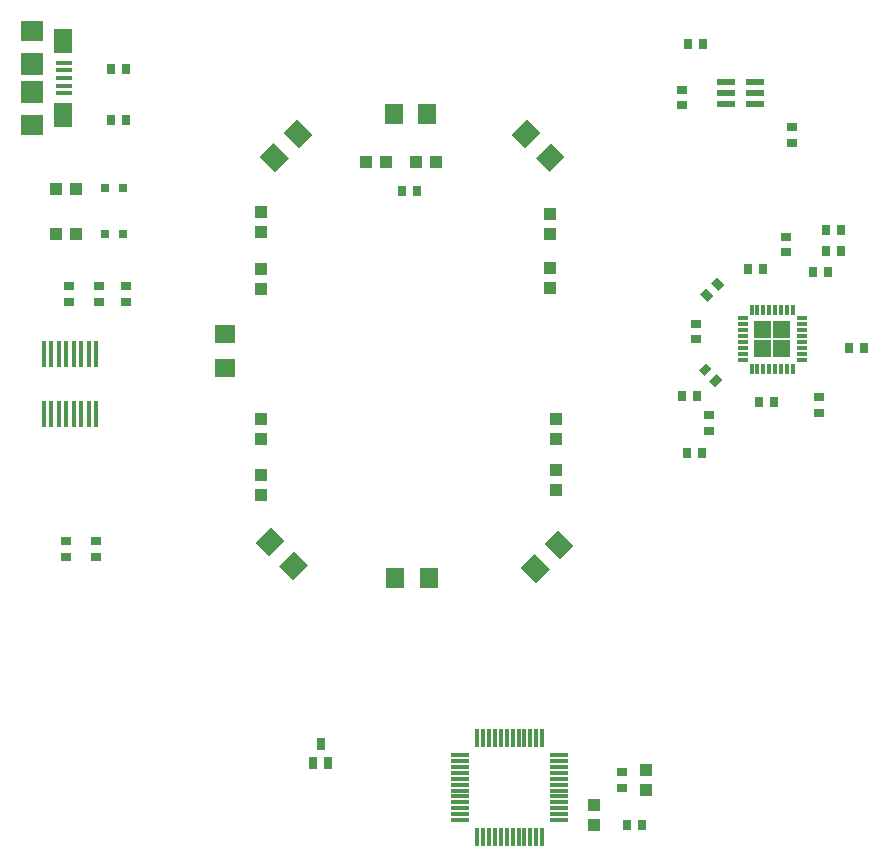
<source format=gbr>
G04 EAGLE Gerber RS-274X export*
G75*
%MOMM*%
%FSLAX34Y34*%
%LPD*%
%INSolderpaste Top*%
%IPPOS*%
%AMOC8*
5,1,8,0,0,1.08239X$1,22.5*%
G01*
%ADD10R,0.700000X0.900000*%
%ADD11R,0.900000X0.700000*%
%ADD12R,1.000000X1.100000*%
%ADD13R,1.350000X0.400000*%
%ADD14R,1.600000X2.100000*%
%ADD15R,1.900000X1.800000*%
%ADD16R,1.900000X1.900000*%
%ADD17R,0.800000X0.800000*%
%ADD18R,1.600000X1.803000*%
%ADD19R,1.100000X1.000000*%
%ADD20R,1.600000X0.300000*%
%ADD21R,0.300000X1.600000*%
%ADD22R,1.625600X0.609600*%
%ADD23R,0.406400X2.286000*%
%ADD24R,0.800000X1.000000*%
%ADD25R,0.304800X0.914400*%
%ADD26R,0.914400X0.304800*%
%ADD27R,1.803000X1.600000*%

G36*
X660672Y470775D02*
X660672Y470775D01*
X660674Y470774D01*
X660717Y470794D01*
X660761Y470812D01*
X660761Y470814D01*
X660763Y470815D01*
X660796Y470900D01*
X660796Y484902D01*
X660795Y484904D01*
X660796Y484906D01*
X660776Y484949D01*
X660758Y484993D01*
X660756Y484993D01*
X660755Y484995D01*
X660670Y485028D01*
X646668Y485028D01*
X646666Y485027D01*
X646664Y485028D01*
X646621Y485008D01*
X646577Y484990D01*
X646577Y484988D01*
X646575Y484987D01*
X646542Y484902D01*
X646542Y470900D01*
X646543Y470898D01*
X646542Y470896D01*
X646562Y470853D01*
X646580Y470809D01*
X646582Y470809D01*
X646583Y470807D01*
X646668Y470774D01*
X660670Y470774D01*
X660672Y470775D01*
G37*
G36*
X676674Y470775D02*
X676674Y470775D01*
X676676Y470774D01*
X676719Y470794D01*
X676763Y470812D01*
X676763Y470814D01*
X676765Y470815D01*
X676798Y470900D01*
X676798Y484902D01*
X676797Y484904D01*
X676798Y484906D01*
X676778Y484949D01*
X676760Y484993D01*
X676758Y484993D01*
X676757Y484995D01*
X676672Y485028D01*
X662670Y485028D01*
X662668Y485027D01*
X662666Y485028D01*
X662623Y485008D01*
X662579Y484990D01*
X662579Y484988D01*
X662577Y484987D01*
X662544Y484902D01*
X662544Y470900D01*
X662545Y470898D01*
X662544Y470896D01*
X662564Y470853D01*
X662582Y470809D01*
X662584Y470809D01*
X662585Y470807D01*
X662670Y470774D01*
X676672Y470774D01*
X676674Y470775D01*
G37*
G36*
X660672Y454773D02*
X660672Y454773D01*
X660674Y454772D01*
X660717Y454792D01*
X660761Y454810D01*
X660761Y454812D01*
X660763Y454813D01*
X660796Y454898D01*
X660796Y468900D01*
X660795Y468902D01*
X660796Y468904D01*
X660776Y468947D01*
X660758Y468991D01*
X660756Y468991D01*
X660755Y468993D01*
X660670Y469026D01*
X646668Y469026D01*
X646666Y469025D01*
X646664Y469026D01*
X646621Y469006D01*
X646577Y468988D01*
X646577Y468986D01*
X646575Y468985D01*
X646542Y468900D01*
X646542Y454898D01*
X646543Y454896D01*
X646542Y454894D01*
X646562Y454851D01*
X646580Y454807D01*
X646582Y454807D01*
X646583Y454805D01*
X646668Y454772D01*
X660670Y454772D01*
X660672Y454773D01*
G37*
G36*
X676674Y454773D02*
X676674Y454773D01*
X676676Y454772D01*
X676719Y454792D01*
X676763Y454810D01*
X676763Y454812D01*
X676765Y454813D01*
X676798Y454898D01*
X676798Y468900D01*
X676797Y468902D01*
X676798Y468904D01*
X676778Y468947D01*
X676760Y468991D01*
X676758Y468991D01*
X676757Y468993D01*
X676672Y469026D01*
X662670Y469026D01*
X662668Y469025D01*
X662666Y469026D01*
X662623Y469006D01*
X662579Y468988D01*
X662579Y468986D01*
X662577Y468985D01*
X662544Y468900D01*
X662544Y454898D01*
X662545Y454896D01*
X662544Y454894D01*
X662564Y454851D01*
X662582Y454807D01*
X662584Y454807D01*
X662585Y454805D01*
X662670Y454772D01*
X676672Y454772D01*
X676674Y454773D01*
G37*
D10*
X641200Y529590D03*
X654200Y529590D03*
X590400Y720090D03*
X603400Y720090D03*
D11*
X673100Y556410D03*
X673100Y543410D03*
D10*
X720240Y562610D03*
X707240Y562610D03*
X739290Y462280D03*
X726290Y462280D03*
X114450Y698500D03*
X101450Y698500D03*
X114450Y655320D03*
X101450Y655320D03*
D11*
X66040Y514500D03*
X66040Y501500D03*
X91440Y514500D03*
X91440Y501500D03*
X114300Y514500D03*
X114300Y501500D03*
D10*
G36*
X611930Y506507D02*
X606981Y501558D01*
X600618Y507921D01*
X605567Y512870D01*
X611930Y506507D01*
G37*
G36*
X621122Y515699D02*
X616173Y510750D01*
X609810Y517113D01*
X614759Y522062D01*
X621122Y515699D01*
G37*
D12*
X554990Y105020D03*
X554990Y88020D03*
D11*
X534670Y103020D03*
X534670Y90020D03*
D10*
X551330Y58420D03*
X538330Y58420D03*
D11*
X596900Y469750D03*
X596900Y482750D03*
D10*
G36*
X614903Y440480D02*
X619852Y435531D01*
X613489Y429168D01*
X608540Y434117D01*
X614903Y440480D01*
G37*
G36*
X605711Y449672D02*
X610660Y444723D01*
X604297Y438360D01*
X599348Y443309D01*
X605711Y449672D01*
G37*
X650090Y416560D03*
X663090Y416560D03*
D11*
X678180Y636120D03*
X678180Y649120D03*
X585470Y680870D03*
X585470Y667870D03*
D13*
X62070Y703880D03*
X62070Y697380D03*
X62070Y690880D03*
X62070Y684380D03*
X62070Y677880D03*
D14*
X60820Y721880D03*
X60820Y659880D03*
D15*
X35320Y730880D03*
X35320Y650880D03*
D16*
X35320Y702880D03*
X35320Y678880D03*
D17*
X96640Y558800D03*
X111640Y558800D03*
X96640Y598170D03*
X111640Y598170D03*
D12*
X359800Y619760D03*
X376800Y619760D03*
D18*
G36*
X454212Y655816D02*
X465526Y644502D01*
X452778Y631754D01*
X441464Y643068D01*
X454212Y655816D01*
G37*
G36*
X474322Y635706D02*
X485636Y624392D01*
X472888Y611644D01*
X461574Y622958D01*
X474322Y635706D01*
G37*
D12*
X55000Y596900D03*
X72000Y596900D03*
X55000Y558800D03*
X72000Y558800D03*
X317890Y619760D03*
X334890Y619760D03*
D19*
X228600Y560460D03*
X228600Y577460D03*
X473710Y559190D03*
X473710Y576190D03*
X228600Y355210D03*
X228600Y338210D03*
X478790Y359020D03*
X478790Y342020D03*
D18*
G36*
X272276Y643068D02*
X260962Y631754D01*
X248214Y644502D01*
X259528Y655816D01*
X272276Y643068D01*
G37*
G36*
X252166Y622958D02*
X240852Y611644D01*
X228104Y624392D01*
X239418Y635706D01*
X252166Y622958D01*
G37*
G36*
X493256Y295088D02*
X481942Y283774D01*
X469194Y296522D01*
X480508Y307836D01*
X493256Y295088D01*
G37*
G36*
X473146Y274978D02*
X461832Y263664D01*
X449084Y276412D01*
X460398Y287726D01*
X473146Y274978D01*
G37*
D19*
X228600Y512200D03*
X228600Y529200D03*
X473710Y513470D03*
X473710Y530470D03*
X228600Y402200D03*
X228600Y385200D03*
X478790Y402200D03*
X478790Y385200D03*
D20*
X481170Y62670D03*
X481170Y67670D03*
X481170Y72670D03*
X481170Y77670D03*
X481170Y82670D03*
X481170Y87670D03*
X481170Y92670D03*
X481170Y97670D03*
X481170Y102670D03*
X481170Y107670D03*
X481170Y112670D03*
X481170Y117670D03*
D21*
X466920Y131920D03*
X461920Y131920D03*
X456920Y131920D03*
X451920Y131920D03*
X446920Y131920D03*
X441920Y131920D03*
X436920Y131920D03*
X431920Y131920D03*
X426920Y131920D03*
X421920Y131920D03*
X416920Y131920D03*
X411920Y131920D03*
D20*
X397670Y117670D03*
X397670Y112670D03*
X397670Y107670D03*
X397670Y102670D03*
X397670Y97670D03*
X397670Y92670D03*
X397670Y87670D03*
X397670Y82670D03*
X397670Y77670D03*
X397670Y72670D03*
X397670Y67670D03*
X397670Y62670D03*
D21*
X411920Y48420D03*
X416920Y48420D03*
X421920Y48420D03*
X426920Y48420D03*
X431920Y48420D03*
X436920Y48420D03*
X441920Y48420D03*
X446920Y48420D03*
X451920Y48420D03*
X456920Y48420D03*
X461920Y48420D03*
X466920Y48420D03*
D22*
X647446Y668680D03*
X647446Y678180D03*
X647446Y687680D03*
X622554Y687680D03*
X622554Y678180D03*
X622554Y668680D03*
D23*
X45085Y406654D03*
X51435Y406654D03*
X57785Y406654D03*
X64135Y406654D03*
X70485Y406654D03*
X76835Y406654D03*
X83185Y406654D03*
X89535Y406654D03*
X89535Y456946D03*
X83185Y456946D03*
X76835Y456946D03*
X70485Y456946D03*
X64135Y456946D03*
X57785Y456946D03*
X51435Y456946D03*
X45085Y456946D03*
D18*
G36*
X237042Y310376D02*
X248356Y299062D01*
X235608Y286314D01*
X224294Y297628D01*
X237042Y310376D01*
G37*
G36*
X257152Y290266D02*
X268466Y278952D01*
X255718Y266204D01*
X244404Y277518D01*
X257152Y290266D01*
G37*
D24*
X279400Y127000D03*
X272900Y111000D03*
X285900Y111000D03*
D25*
X679170Y494919D03*
X674170Y494919D03*
X669170Y494919D03*
X664170Y494919D03*
X659170Y494919D03*
X654170Y494919D03*
X649170Y494919D03*
X644170Y494919D03*
D26*
X636651Y487400D03*
X636651Y482400D03*
X636651Y477400D03*
X636651Y472400D03*
X636651Y467400D03*
X636651Y462400D03*
X636651Y457400D03*
X636651Y452400D03*
D25*
X644170Y444881D03*
X649170Y444881D03*
X654170Y444881D03*
X659170Y444881D03*
X664170Y444881D03*
X669170Y444881D03*
X674170Y444881D03*
X679170Y444881D03*
D26*
X686689Y452400D03*
X686689Y457400D03*
X686689Y462400D03*
X686689Y467400D03*
X686689Y472400D03*
X686689Y477400D03*
X686689Y482400D03*
X686689Y487400D03*
D10*
X347830Y595630D03*
X360830Y595630D03*
D11*
X608330Y392280D03*
X608330Y405280D03*
D10*
X589130Y373380D03*
X602130Y373380D03*
X585320Y421640D03*
X598320Y421640D03*
X720240Y544830D03*
X707240Y544830D03*
X708810Y527050D03*
X695810Y527050D03*
D18*
X342650Y267970D03*
X371090Y267970D03*
X369820Y660400D03*
X341380Y660400D03*
D27*
X198120Y473960D03*
X198120Y445520D03*
D19*
X510540Y58810D03*
X510540Y75810D03*
D11*
X63500Y298600D03*
X63500Y285600D03*
X88900Y298600D03*
X88900Y285600D03*
X701040Y407520D03*
X701040Y420520D03*
M02*

</source>
